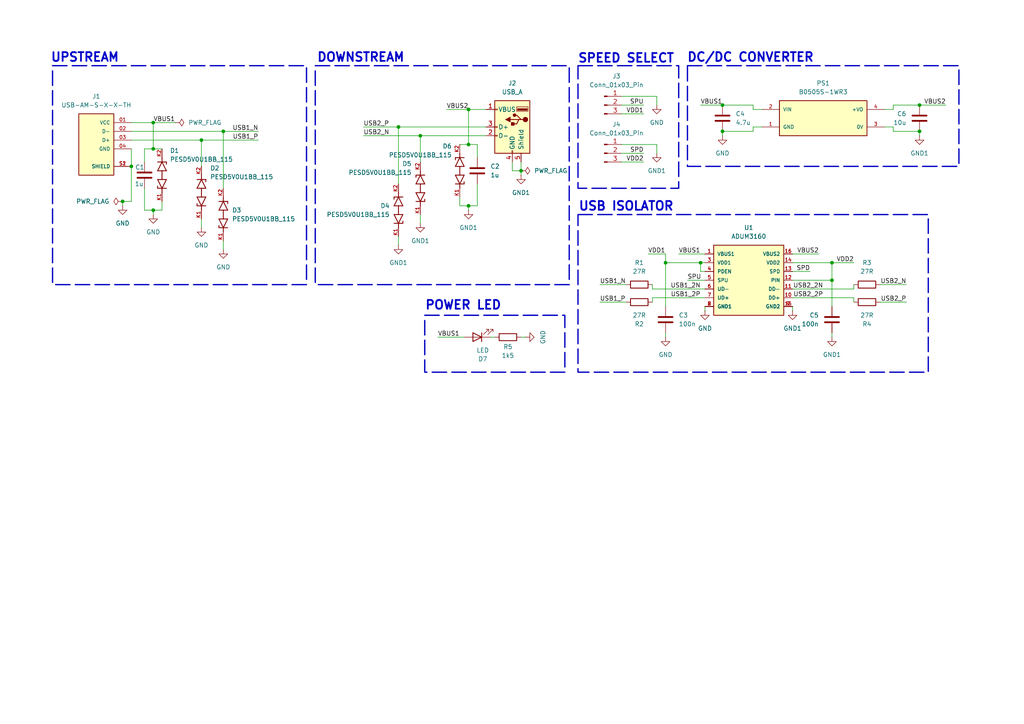
<source format=kicad_sch>
(kicad_sch (version 20231120) (generator "eeschema") (generator_version "8.0")
  (paper "A4")
  (title_block (title "ADUM3160_USB_Isolator") (date "2025-09-30") (rev "V0.1") (company "Drag0th"))
  (lib_symbols
    (symbol "Connector:Conn_01x03_Pin" (pin_names (offset 1.016) hide)
      (property "Reference" "J" (at 0 5.08 0))
      (property "Value" "Conn_01x03_Pin" (at 0 -5.08 0))
      (symbol "Conn_01x03_Pin_1_1"
        (polyline (pts (xy 1.27 -2.54) (xy 0.8636 -2.54)) (stroke (width 0.1524)))
        (polyline (pts (xy 1.27 0) (xy 0.8636 0)) (stroke (width 0.1524)))
        (polyline (pts (xy 1.27 2.54) (xy 0.8636 2.54)) (stroke (width 0.1524)))
        (rectangle (start 0.8636 -2.413) (end 0 -2.667) (stroke (width 0.1524)) (fill (type outline)))
        (rectangle (start 0.8636 0.127) (end 0 -0.127) (stroke (width 0.1524)) (fill (type outline)))
        (rectangle (start 0.8636 2.667) (end 0 2.413) (stroke (width 0.1524)) (fill (type outline)))
        (pin passive line (at 5.08 2.54 180) (length 3.81) (name "Pin_1") (number "1"))
        (pin passive line (at 5.08 0 180) (length 3.81) (name "Pin_2") (number "2"))
        (pin passive line (at 5.08 -2.54 180) (length 3.81) (name "Pin_3") (number "3"))
      )
    )
    (symbol "Connector:USB_A" (pin_names (offset 1.016))
      (property "Reference" "J" (at -5.08 11.43 0))
      (property "Value" "USB_A" (at -5.08 8.89 0))
      (symbol "USB_A_0_1"
        (rectangle (start -5.08 -7.62) (end 5.08 7.62) (stroke (width 0.254)) (fill (type background)))
        (circle (center -3.81 2.159) (radius 0.635) (stroke (width 0.254)) (fill (type outline)))
        (rectangle (start -1.524 4.826) (end -4.318 5.334) (fill (type outline)))
        (rectangle (start -1.27 4.572) (end -4.572 5.842))
        (circle (center -0.635 3.429) (radius 0.381) (stroke (width 0.254)) (fill (type outline)))
        (rectangle (start -0.127 -7.62) (end 0.127 -6.858))
        (polyline (pts (xy -3.175 2.159) (xy -2.54 2.159) (xy -1.27 3.429) (xy -0.635 3.429)) (stroke (width 0.254)))
        (polyline (pts (xy -2.54 2.159) (xy -1.905 2.159) (xy -1.27 0.889) (xy 0 0.889)) (stroke (width 0.254)))
        (polyline (pts (xy 0.635 2.794) (xy 0.635 1.524) (xy 1.905 2.159) (xy 0.635 2.794)) (stroke (width 0.254)) (fill (type outline)))
        (rectangle (start 0.254 1.27) (end -0.508 0.508) (stroke (width 0.254)) (fill (type outline)))
        (rectangle (start 5.08 -2.667) (end 4.318 -2.413))
        (rectangle (start 5.08 -0.127) (end 4.318 0.127))
        (rectangle (start 5.08 4.953) (end 4.318 5.207))
      )
      (symbol "USB_A_1_1"
        (polyline (pts (xy -1.905 2.159) (xy 0.635 2.159)) (stroke (width 0.254)))
        (pin passive line (at 7.62 5.08 180) (length 2.54) (name "VBUS") (number "1"))
        (pin bidirectional line (at 7.62 -2.54 180) (length 2.54) (name "D-") (number "2"))
        (pin bidirectional line (at 7.62 0 180) (length 2.54) (name "D+") (number "3"))
        (pin passive line (at 0 -10.16 90) (length 2.54) (name "GND") (number "4"))
        (pin passive line (at -2.54 -10.16 90) (length 2.54) (name "Shield") (number "5"))
      )
    )
    (symbol "Device:C" (pin_numbers hide) (pin_names (offset 0.254))
      (property "Reference" "C" (at 0.635 2.54 0))
      (property "Value" "C" (at 0.635 -2.54 0))
      (symbol "C_0_1"
        (polyline (pts (xy -2.032 -0.762) (xy 2.032 -0.762)) (stroke (width 0.508)))
        (polyline (pts (xy -2.032 0.762) (xy 2.032 0.762)) (stroke (width 0.508)))
      )
      (symbol "C_1_1"
        (pin passive line (at 0 3.81 270) (length 2.794) (name "~") (number "1"))
        (pin passive line (at 0 -3.81 90) (length 2.794) (name "~") (number "2"))
      )
    )
    (symbol "Device:LED" (pin_numbers hide) (pin_names (offset 1.016) hide)
      (property "Reference" "D" (at 0 2.54 0))
      (property "Value" "LED" (at 0 -2.54 0))
      (symbol "LED_0_1"
        (polyline (pts (xy -1.27 -1.27) (xy -1.27 1.27)) (stroke (width 0.254)))
        (polyline (pts (xy -1.27 0) (xy 1.27 0)))
        (polyline (pts (xy 1.27 -1.27) (xy 1.27 1.27) (xy -1.27 0) (xy 1.27 -1.27)) (stroke (width 0.254)))
        (polyline (pts (xy -3.048 -0.762) (xy -4.572 -2.286) (xy -3.81 -2.286) (xy -4.572 -2.286) (xy -4.572 -1.524)))
        (polyline (pts (xy -1.778 -0.762) (xy -3.302 -2.286) (xy -2.54 -2.286) (xy -3.302 -2.286) (xy -3.302 -1.524)))
      )
      (symbol "LED_1_1"
        (pin passive line (at -3.81 0 0) (length 2.54) (name "K") (number "1"))
        (pin passive line (at 3.81 0 180) (length 2.54) (name "A") (number "2"))
      )
    )
    (symbol "Device:R" (pin_numbers hide) (pin_names (offset 0))
      (property "Reference" "R" (at 2.032 0 90))
      (property "Value" "R" (at 0 0 90))
      (symbol "R_0_1"
        (rectangle (start -1.016 -2.54) (end 1.016 2.54) (stroke (width 0.254)))
      )
      (symbol "R_1_1"
        (pin passive line (at 0 3.81 270) (length 1.27) (name "~") (number "1"))
        (pin passive line (at 0 -3.81 90) (length 1.27) (name "~") (number "2"))
      )
    )
    (symbol "KSZ_KiCad_Symbol_Library:ADUM3160" (pin_names (offset 1.016))
      (property "Reference" "U" (at -10.16 -7.62 0))
      (property "Value" "ADUM3160" (at -10.16 -10.16 0))
      (symbol "ADUM3160_0_0"
        (rectangle (start -10.16 -5.08) (end 10.16 15.24) (stroke (width 0.254)) (fill (type background)))
        (pin bidirectional line (at 12.7 0 180) (length 2.54) (name "DD+") (number "10"))
        (pin bidirectional line (at 12.7 2.54 180) (length 2.54) (name "DD-") (number "11"))
        (pin bidirectional line (at 12.7 5.08 180) (length 2.54) (name "PIN") (number "12"))
        (pin bidirectional line (at 12.7 7.62 180) (length 2.54) (name "SPD") (number "13"))
        (pin bidirectional line (at 12.7 10.16 180) (length 2.54) (name "VDD2") (number "14"))
        (pin bidirectional line (at -12.7 10.16 0) (length 2.54) (name "VDD1") (number "3"))
        (pin bidirectional line (at -12.7 7.62 0) (length 2.54) (name "PDEN") (number "4"))
        (pin bidirectional line (at -12.7 5.08 0) (length 2.54) (name "SPU") (number "5"))
        (pin bidirectional line (at -12.7 2.54 0) (length 2.54) (name "UD-") (number "6"))
        (pin bidirectional line (at -12.7 0 0) (length 2.54) (name "UD+") (number "7"))
      )
      (symbol "ADUM3160_1_0"
        (pin passive line (at -12.7 12.7 0) (length 2.54) (name "VBUS1") (number "1"))
        (pin passive line (at 12.7 -2.54 180) (length 2.54) (name "GND2") (number "15"))
        (pin passive line (at 12.7 12.7 180) (length 2.54) (name "VBUS2") (number "16"))
        (pin passive line (at -12.7 -2.54 0) (length 2.54) (name "GND1") (number "2"))
        (pin passive line (at -12.7 -2.54 0) (length 2.54) (name "GND1") (number "8"))
        (pin passive line (at 12.7 -2.54 180) (length 2.54) (name "GND2") (number "9"))
      )
    )
    (symbol "KSZ_KiCad_Symbol_Library:B0505S-1WR3" (pin_names (offset 1.016))
      (property "Reference" "PS" (at -12.7 6.35 0))
      (property "Value" "B0505S-1WR3" (at -12.7 -7.62 0))
      (symbol "B0505S-1WR3_0_0"
        (rectangle (start -12.7 -5.08) (end 12.7 5.08) (stroke (width 0.254)) (fill (type background)))
        (pin passive line (at 17.78 -2.54 180) (length 5.08) (name "0V") (number "3"))
      )
      (symbol "B0505S-1WR3_1_0"
        (pin passive line (at -17.78 -2.54 0) (length 5.08) (name "GND") (number "1"))
        (pin passive line (at -17.78 2.54 0) (length 5.08) (name "VIN") (number "2"))
        (pin passive line (at 17.78 2.54 180) (length 5.08) (name "+VO") (number "4"))
      )
    )
    (symbol "KSZ_KiCad_Symbol_Library:PESD5V0U1BB_115" (pin_names (offset 1.016))
      (property "Reference" "D" (at -5.08 2.54 0))
      (property "Value" "PESD5V0U1BB_115" (at -5.08 -3.81 0))
      (symbol "PESD5V0U1BB_115_0_0"
        (polyline (pts (xy -5.08 0) (xy -3.81 0)) (stroke (width 0.254)))
        (polyline (pts (xy -3.81 -1.27) (xy -3.81 0)) (stroke (width 0.254)))
        (polyline (pts (xy -3.81 0) (xy -3.81 1.27)) (stroke (width 0.254)))
        (polyline (pts (xy -3.81 0) (xy -1.27 -1.27)) (stroke (width 0.254)))
        (polyline (pts (xy -3.81 1.27) (xy -3.175 1.27)) (stroke (width 0.254)))
        (polyline (pts (xy -1.27 -1.27) (xy -1.27 0)) (stroke (width 0.254)))
        (polyline (pts (xy -1.27 0) (xy -1.27 1.27)) (stroke (width 0.254)))
        (polyline (pts (xy -1.27 0) (xy 1.27 0)) (stroke (width 0.254)))
        (polyline (pts (xy -1.27 1.27) (xy -3.81 0)) (stroke (width 0.254)))
        (polyline (pts (xy 1.27 -1.27) (xy 3.81 0)) (stroke (width 0.254)))
        (polyline (pts (xy 1.27 0) (xy 1.27 -1.27)) (stroke (width 0.254)))
        (polyline (pts (xy 1.27 1.27) (xy 1.27 0)) (stroke (width 0.254)))
        (polyline (pts (xy 3.81 -1.27) (xy 3.175 -1.27)) (stroke (width 0.254)))
        (polyline (pts (xy 3.81 0) (xy 1.27 1.27)) (stroke (width 0.254)))
        (polyline (pts (xy 3.81 0) (xy 3.81 -1.27)) (stroke (width 0.254)))
        (polyline (pts (xy 3.81 0) (xy 5.08 0)) (stroke (width 0.254)))
        (polyline (pts (xy 3.81 1.27) (xy 3.81 0)) (stroke (width 0.254)))
        (pin passive line (at -7.62 0 0) (length 2.54) (name "~") (number "K1"))
        (pin passive line (at 7.62 0 180) (length 2.54) (name "~") (number "K2"))
      )
    )
    (symbol "KSZ_KiCad_Symbol_Library:USB-AM-S-X-X-TH" (pin_names (offset 1.016))
      (property "Reference" "J" (at -5.08 8.89 0))
      (property "Value" "USB-AM-S-X-X-TH" (at -5.08 -12.7 0))
      (symbol "USB-AM-S-X-X-TH_0_0"
        (rectangle (start -5.08 -10.16) (end 5.08 7.62) (stroke (width 0.254)) (fill (type background)))
        (pin power_in line (at -10.16 5.08 0) (length 5.08) (name "VCC") (number "01"))
        (pin bidirectional line (at -10.16 2.54 0) (length 5.08) (name "D-") (number "02"))
        (pin bidirectional line (at -10.16 0 0) (length 5.08) (name "D+") (number "03"))
        (pin power_in line (at -10.16 -2.54 0) (length 5.08) (name "GND") (number "04"))
        (pin passive line (at -10.16 -7.62 0) (length 5.08) (name "SHIELD") (number "S1"))
        (pin passive line (at -10.16 -7.62 0) (length 5.08) (name "SHIELD") (number "S2"))
      )
    )
    (symbol "power:GND" (power) (pin_numbers hide) (pin_names (offset 0) hide)
      (property "Value" "GND" (at 0 -3.81 0))
      (symbol "GND_0_1"
        (polyline (pts (xy 0 0) (xy 0 -1.27) (xy 1.27 -1.27) (xy 0 -2.54) (xy -1.27 -1.27) (xy 0 -1.27)))
      )
      (symbol "GND_1_1"
        (pin power_in line (at 0 0 270) (length 0) (name "~") (number "1"))
      )
    )
    (symbol "power:GND1" (power) (pin_numbers hide) (pin_names (offset 0) hide)
      (property "Value" "GND1" (at 0 -3.81 0))
      (symbol "GND1_0_1"
        (polyline (pts (xy 0 0) (xy 0 -1.27) (xy 1.27 -1.27) (xy 0 -2.54) (xy -1.27 -1.27) (xy 0 -1.27)))
      )
      (symbol "GND1_1_1"
        (pin power_in line (at 0 0 270) (length 0) (name "~") (number "1"))
      )
    )
    (symbol "power:PWR_FLAG" (power) (pin_numbers hide) (pin_names (offset 0) hide)
      (property "Value" "PWR_FLAG" (at 0 3.81 0))
      (symbol "PWR_FLAG_0_0"
        (pin power_out line (at 0 0 90) (length 0) (name "~") (number "1"))
      )
      (symbol "PWR_FLAG_0_1"
        (polyline (pts (xy 0 0) (xy 0 1.27) (xy -1.016 1.905) (xy 0 2.54) (xy 1.016 1.905) (xy 0 1.27)))
      )
    )
  )
  (junction (at 121.92 39.37))
  (junction (at 266.7 30.48))
  (junction (at 203.2 76.2))
  (junction (at 135.89 59.69))
  (junction (at 35.56 58.42))
  (junction (at 44.45 43.18))
  (junction (at 241.3 76.2))
  (junction (at 266.7 38.1))
  (junction (at 115.57 36.83))
  (junction (at 241.3 81.28))
  (junction (at 209.55 30.48))
  (junction (at 44.45 60.96))
  (junction (at 44.45 35.56))
  (junction (at 64.77 38.1))
  (junction (at 58.42 40.64))
  (junction (at 135.89 31.75))
  (junction (at 209.55 38.1))
  (junction (at 193.04 76.2))
  (junction (at 38.1 48.26))
  (junction (at 135.89 41.91))
  (junction (at 151.13 49.53))
  (wire (pts (xy 247.65 86.36) (xy 247.65 87.63)))
  (wire (pts (xy 138.43 45.72) (xy 138.43 41.91)))
  (wire (pts (xy 38.1 48.26) (xy 38.1 58.42)))
  (wire (pts (xy 256.54 31.75) (xy 259.08 31.75)))
  (wire (pts (xy 135.89 59.69) (xy 135.89 60.96)))
  (wire (pts (xy 203.2 78.74) (xy 203.2 76.2)))
  (wire (pts (xy 151.13 46.99) (xy 151.13 49.53)))
  (wire (pts (xy 41.91 46.99) (xy 41.91 43.18)))
  (wire (pts (xy 259.08 31.75) (xy 259.08 30.48)))
  (wire (pts (xy 148.59 46.99) (xy 148.59 49.53)))
  (wire (pts (xy 241.3 81.28) (xy 241.3 88.9)))
  (wire (pts (xy 241.3 96.52) (xy 241.3 97.79)))
  (wire (pts (xy 203.2 76.2) (xy 204.47 76.2)))
  (wire (pts (xy 190.5 30.48) (xy 190.5 27.94)))
  (wire (pts (xy 41.91 60.96) (xy 44.45 60.96)))
  (wire (pts (xy 115.57 36.83) (xy 105.41 36.83)))
  (wire (pts (xy 218.44 38.1) (xy 209.55 38.1)))
  (wire (pts (xy 152.4 97.79) (xy 151.13 97.79)))
  (wire (pts (xy 218.44 31.75) (xy 218.44 30.48)))
  (wire (pts (xy 38.1 40.64) (xy 58.42 40.64)))
  (wire (pts (xy 135.89 41.91) (xy 133.35 41.91)))
  (wire (pts (xy 44.45 35.56) (xy 44.45 43.18)))
  (wire (pts (xy 189.23 86.36) (xy 189.23 87.63)))
  (wire (pts (xy 218.44 30.48) (xy 209.55 30.48)))
  (wire (pts (xy 46.99 60.96) (xy 44.45 60.96)))
  (wire (pts (xy 140.97 39.37) (xy 121.92 39.37)))
  (wire (pts (xy 187.96 73.66) (xy 193.04 73.66)))
  (wire (pts (xy 193.04 76.2) (xy 193.04 88.9)))
  (wire (pts (xy 115.57 68.58) (xy 115.57 71.12)))
  (wire (pts (xy 46.99 58.42) (xy 46.99 60.96)))
  (wire (pts (xy 209.55 38.1) (xy 209.55 39.37)))
  (wire (pts (xy 64.77 38.1) (xy 74.93 38.1)))
  (wire (pts (xy 151.13 50.8) (xy 151.13 49.53)))
  (wire (pts (xy 229.87 81.28) (xy 241.3 81.28)))
  (wire (pts (xy 38.1 38.1) (xy 64.77 38.1)))
  (wire (pts (xy 266.7 38.1) (xy 266.7 39.37)))
  (wire (pts (xy 121.92 62.23) (xy 121.92 64.77)))
  (wire (pts (xy 229.87 88.9) (xy 229.87 90.17)))
  (wire (pts (xy 247.65 76.2) (xy 241.3 76.2)))
  (wire (pts (xy 218.44 36.83) (xy 218.44 38.1)))
  (wire (pts (xy 255.27 87.63) (xy 262.89 87.63)))
  (wire (pts (xy 143.51 97.79) (xy 142.24 97.79)))
  (wire (pts (xy 41.91 54.61) (xy 41.91 60.96)))
  (wire (pts (xy 220.98 31.75) (xy 218.44 31.75)))
  (wire (pts (xy 35.56 59.69) (xy 35.56 58.42)))
  (wire (pts (xy 247.65 83.82) (xy 247.65 82.55)))
  (wire (pts (xy 180.34 44.45) (xy 186.69 44.45)))
  (wire (pts (xy 180.34 33.02) (xy 186.69 33.02)))
  (wire (pts (xy 138.43 41.91) (xy 135.89 41.91)))
  (wire (pts (xy 193.04 76.2) (xy 193.04 73.66)))
  (wire (pts (xy 189.23 86.36) (xy 204.47 86.36)))
  (wire (pts (xy 204.47 88.9) (xy 204.47 90.17)))
  (wire (pts (xy 135.89 31.75) (xy 129.54 31.75)))
  (wire (pts (xy 135.89 31.75) (xy 135.89 41.91)))
  (wire (pts (xy 229.87 73.66) (xy 237.49 73.66)))
  (wire (pts (xy 135.89 31.75) (xy 140.97 31.75)))
  (wire (pts (xy 259.08 30.48) (xy 266.7 30.48)))
  (wire (pts (xy 203.2 30.48) (xy 209.55 30.48)))
  (wire (pts (xy 229.87 86.36) (xy 247.65 86.36)))
  (wire (pts (xy 44.45 35.56) (xy 50.8 35.56)))
  (wire (pts (xy 115.57 36.83) (xy 115.57 53.34)))
  (wire (pts (xy 41.91 43.18) (xy 44.45 43.18)))
  (wire (pts (xy 259.08 38.1) (xy 266.7 38.1)))
  (wire (pts (xy 151.13 49.53) (xy 148.59 49.53)))
  (wire (pts (xy 204.47 78.74) (xy 203.2 78.74)))
  (wire (pts (xy 58.42 63.5) (xy 58.42 66.04)))
  (wire (pts (xy 44.45 60.96) (xy 44.45 62.23)))
  (wire (pts (xy 196.85 73.66) (xy 204.47 73.66)))
  (wire (pts (xy 173.99 82.55) (xy 181.61 82.55)))
  (wire (pts (xy 35.56 58.42) (xy 38.1 58.42)))
  (wire (pts (xy 229.87 78.74) (xy 234.95 78.74)))
  (wire (pts (xy 180.34 30.48) (xy 186.69 30.48)))
  (wire (pts (xy 266.7 30.48) (xy 274.32 30.48)))
  (wire (pts (xy 180.34 46.99) (xy 186.69 46.99)))
  (wire (pts (xy 173.99 87.63) (xy 181.61 87.63)))
  (wire (pts (xy 138.43 59.69) (xy 135.89 59.69)))
  (wire (pts (xy 189.23 83.82) (xy 204.47 83.82)))
  (wire (pts (xy 189.23 83.82) (xy 189.23 82.55)))
  (wire (pts (xy 190.5 41.91) (xy 180.34 41.91)))
  (wire (pts (xy 140.97 36.83) (xy 115.57 36.83)))
  (wire (pts (xy 44.45 43.18) (xy 46.99 43.18)))
  (wire (pts (xy 190.5 27.94) (xy 180.34 27.94)))
  (wire (pts (xy 58.42 40.64) (xy 58.42 48.26)))
  (wire (pts (xy 193.04 96.52) (xy 193.04 97.79)))
  (wire (pts (xy 64.77 69.85) (xy 64.77 72.39)))
  (wire (pts (xy 199.39 81.28) (xy 204.47 81.28)))
  (wire (pts (xy 229.87 83.82) (xy 247.65 83.82)))
  (wire (pts (xy 138.43 53.34) (xy 138.43 59.69)))
  (wire (pts (xy 229.87 76.2) (xy 241.3 76.2)))
  (wire (pts (xy 255.27 82.55) (xy 262.89 82.55)))
  (wire (pts (xy 241.3 76.2) (xy 241.3 81.28)))
  (wire (pts (xy 64.77 38.1) (xy 64.77 54.61)))
  (wire (pts (xy 133.35 57.15) (xy 133.35 59.69)))
  (wire (pts (xy 133.35 59.69) (xy 135.89 59.69)))
  (wire (pts (xy 38.1 35.56) (xy 44.45 35.56)))
  (wire (pts (xy 190.5 44.45) (xy 190.5 41.91)))
  (wire (pts (xy 256.54 36.83) (xy 259.08 36.83)))
  (wire (pts (xy 134.62 97.79) (xy 127 97.79)))
  (wire (pts (xy 220.98 36.83) (xy 218.44 36.83)))
  (wire (pts (xy 121.92 39.37) (xy 121.92 46.99)))
  (wire (pts (xy 38.1 43.18) (xy 38.1 48.26)))
  (wire (pts (xy 203.2 76.2) (xy 193.04 76.2)))
  (wire (pts (xy 259.08 36.83) (xy 259.08 38.1)))
  (wire (pts (xy 121.92 39.37) (xy 105.41 39.37)))
  (wire (pts (xy 58.42 40.64) (xy 74.93 40.64)))
  (rectangle (start 167.64 62.23) (end 269.24 107.95) (stroke (width 0.381) (type dash)))
  (rectangle (start 15.24 19.05) (end 88.9 82.55) (stroke (width 0.381) (type dash)))
  (rectangle (start 167.64 19.05) (end 196.85 54.61) (stroke (width 0.381) (type dash)))
  (rectangle (start 123.19 91.44) (end 163.83 107.95) (stroke (width 0.381) (type dash)))
  (rectangle (start 91.44 19.05) (end 165.1 82.55) (stroke (width 0.381) (type dash)))
  (rectangle (start 199.39 19.05) (end 278.13 48.26) (stroke (width 0.381) (type dash)))
  (text "DOWNSTREAM" (at 104.648 16.764 0) (effects (font (size 2.54 2.54) (thickness 0.508) (bold yes))))
  (text "SPEED SELECT" (at 181.61 17.018 0) (effects (font (size 2.54 2.54) (thickness 0.508) (bold yes))))
  (text "USB ISOLATOR" (at 181.61 59.944 0) (effects (font (size 2.54 2.54) (thickness 0.508) (bold yes))))
  (text "POWER LED" (at 134.366 88.646 0) (effects (font (size 2.54 2.54) (thickness 0.508) (bold yes))))
  (text "DC/DC CONVERTER" (at 217.678 16.764 0) (effects (font (size 2.54 2.54) (thickness 0.508) (bold yes))))
  (text "UPSTREAM" (at 24.638 16.764 0) (effects (font (size 2.54 2.54) (thickness 0.508) (bold yes))))
  (label "VDD2" (at 186.69 46.99 180))
  (label "VBUS2" (at 129.54 31.75 0))
  (label "USB2_2N" (at 238.76 83.82 180))
  (label "VDD2" (at 247.65 76.2 180))
  (label "VBUS1" (at 50.8 35.56 180))
  (label "USB2_N" (at 262.89 82.55 180))
  (label "USB1_2N" (at 203.2 83.82 180))
  (label "SPU" (at 186.69 30.48 180))
  (label "USB1_P" (at 173.99 87.63 0))
  (label "VDD1" (at 187.96 73.66 0))
  (label "VBUS1" (at 127 97.79 0))
  (label "SPU" (at 199.39 81.28 0))
  (label "USB1_N" (at 173.99 82.55 0))
  (label "VDD1" (at 186.69 33.02 180))
  (label "USB2_N" (at 105.41 39.37 0))
  (label "VBUS1" (at 196.85 73.66 0))
  (label "USB1_N" (at 74.93 38.1 180))
  (label "USB1_2P" (at 203.2 86.36 180))
  (label "USB1_P" (at 74.93 40.64 180))
  (label "VBUS2" (at 237.49 73.66 180))
  (label "USB2_P" (at 262.89 87.63 180))
  (label "VBUS1" (at 203.2 30.48 0))
  (label "VBUS2" (at 274.32 30.48 180))
  (label "USB2_2P" (at 238.76 86.36 180))
  (label "SPD" (at 186.69 44.45 180))
  (label "USB2_P" (at 105.41 36.83 0))
  (label "SPD" (at 234.95 78.74 180))
  (symbol (lib_id "power:GND1") (at 229.87 90.17 0) (unit 1)
    (property "Reference" "#PWR02" (effects (hide yes)))
    (property "Value" "GND1" (at 229.87 95.25 0))
    (property "Description" "Power symbol creates a global label with name \"GND1\" , ground" (effects (hide yes)))
  )
  (symbol (lib_id "power:GND1") (at 190.5 44.45 0) (unit 1)
    (property "Reference" "#PWR010" (effects (hide yes)))
    (property "Value" "GND1" (at 190.5 49.53 0))
    (property "Description" "Power symbol creates a global label with name \"GND1\" , ground" (effects (hide yes)))
  )
  (symbol (lib_id "Device:C") (at 209.55 34.29 180) (unit 1)
    (property "Reference" "C4" (at 213.36 33.0199 0) (effects (justify right)))
    (property "Value" "4.7u" (at 213.36 35.5599 0) (effects (justify right)))
    (property "Footprint" "Capacitor_SMD:C_0603_1608Metric_Pad1.08x0.95mm_HandSolder" (effects (hide yes)))
    (property "Description" "Unpolarized capacitor" (effects (hide yes)))
  )
  (symbol (lib_id "KSZ_KiCad_Symbol_Library:PESD5V0U1BB_115") (at 121.92 54.61 270) (mirror x) (unit 1)
    (property "Reference" "D5" (at 119.38 47.498 90) (effects (justify right)))
    (property "Value" "PESD5V0U1BB_115" (at 119.38 50.038 90) (effects (justify right)))
    (property "Footprint" "KSZ_KiCad_Footprint_Library:DIO_PESD5V0U1BB_115" (effects (hide yes)))
    (property "MF" "Nexperia" (effects (hide yes)))
    (property "MAXIMUM_PACKAGE_HEIGHT" "0.65mm" (effects (hide yes)))
    (property "Package" "SC-79-2 Nexperia USA Inc." (effects (hide yes)))
    (property "Price" "None" (effects (hide yes)))
    (property "Check_prices" "https://www.snapeda.com/parts/PESD5V0U1BB,115/Nexperia/view-part/?ref=eda" (effects (hide yes)))
    (property "STANDARD" "Manufacturer Recommendations" (effects (hide yes)))
    (property "PARTREV" "2" (effects (hide yes)))
    (property "SnapEDA_Link" "https://www.snapeda.com/parts/PESD5V0U1BB,115/Nexperia/view-part/?ref=snap" (effects (hide yes)))
    (property "MP" "PESD5V0U1BB,115" (effects (hide yes)))
    (property "Description_1" "\n                        \n                            ESD Suppressor Diode TVS Bi-Dir 5V Automotive 2-Pin SOD-523 T/R\n                        \n" (effects (hide yes)))
    (property "MANUFACTURER" "Nexperia" (effects (hide yes)))
    (property "Availability" "In Stock" (effects (hide yes)))
    (property "SNAPEDA_PN" "PESD5V0U1BB,115" (effects (hide yes)))
  )
  (symbol (lib_id "Device:C") (at 41.91 50.8 0) (mirror x) (unit 1)
    (property "Reference" "C1" (at 41.91 48.514 0) (effects (justify right)))
    (property "Value" "1u" (at 41.656 53.34 0) (effects (justify right)))
    (property "Footprint" "Capacitor_SMD:C_0603_1608Metric_Pad1.08x0.95mm_HandSolder" (effects (hide yes)))
    (property "Description" "Unpolarized capacitor" (effects (hide yes)))
  )
  (symbol (lib_id "power:GND") (at 64.77 72.39 0) (unit 1)
    (property "Reference" "#PWR07" (effects (hide yes)))
    (property "Value" "GND" (at 64.77 77.47 0))
    (property "Description" "Power symbol creates a global label with name \"GND\" , ground" (effects (hide yes)))
  )
  (symbol (lib_id "power:GND") (at 35.56 59.69 0) (unit 1)
    (property "Reference" "#PWR04" (effects (hide yes)))
    (property "Value" "GND" (at 35.56 64.77 0))
    (property "Description" "Power symbol creates a global label with name \"GND\" , ground" (effects (hide yes)))
  )
  (symbol (lib_id "power:GND1") (at 115.57 71.12 0) (unit 1)
    (property "Reference" "#PWR011" (effects (hide yes)))
    (property "Value" "GND1" (at 115.57 76.2 0))
    (property "Description" "Power symbol creates a global label with name \"GND1\" , ground" (effects (hide yes)))
  )
  (symbol (lib_id "power:GND") (at 58.42 66.04 0) (unit 1)
    (property "Reference" "#PWR06" (effects (hide yes)))
    (property "Value" "GND" (at 58.42 71.12 0))
    (property "Description" "Power symbol creates a global label with name \"GND\" , ground" (effects (hide yes)))
  )
  (symbol (lib_id "Device:C") (at 193.04 92.71 180) (unit 1)
    (property "Reference" "C3" (at 196.85 91.4399 0) (effects (justify right)))
    (property "Value" "100n" (at 196.85 93.9799 0) (effects (justify right)))
    (property "Footprint" "Capacitor_SMD:C_0603_1608Metric_Pad1.08x0.95mm_HandSolder" (effects (hide yes)))
    (property "Description" "Unpolarized capacitor" (effects (hide yes)))
  )
  (symbol (lib_id "power:GND") (at 193.04 97.79 0) (unit 1)
    (property "Reference" "#PWR08" (effects (hide yes)))
    (property "Value" "GND" (at 193.04 102.87 0))
    (property "Description" "Power symbol creates a global label with name \"GND\" , ground" (effects (hide yes)))
  )
  (symbol (lib_id "Device:R") (at 251.46 82.55 270) (mirror x) (unit 1)
    (property "Reference" "R3" (at 251.46 76.2 90))
    (property "Value" "27R" (at 251.46 78.74 90))
    (property "Footprint" "Resistor_SMD:R_0603_1608Metric_Pad0.98x0.95mm_HandSolder" (effects (hide yes)))
    (property "Description" "Resistor" (effects (hide yes)))
  )
  (symbol (lib_id "Device:R") (at 251.46 87.63 270) (unit 1)
    (property "Reference" "R4" (at 251.46 93.98 90))
    (property "Value" "27R" (at 251.46 91.44 90))
    (property "Footprint" "Resistor_SMD:R_0603_1608Metric_Pad0.98x0.95mm_HandSolder" (effects (hide yes)))
    (property "Description" "Resistor" (effects (hide yes)))
  )
  (symbol (lib_id "Connector:USB_A") (at 148.59 36.83 0) (mirror y) (unit 1)
    (property "Reference" "J2" (at 148.59 24.13 0))
    (property "Value" "USB_A" (at 148.59 26.67 0))
    (property "Footprint" "Connector_USB:USB_A_Molex_67643_Horizontal" (effects (hide yes)))
    (property "Description" "USB Type A connector" (effects (hide yes)))
  )
  (symbol (lib_id "KSZ_KiCad_Symbol_Library:USB-AM-S-X-X-TH") (at 27.94 40.64 0) (mirror y) (unit 1)
    (property "Reference" "J1" (at 27.94 27.94 0))
    (property "Value" "USB-AM-S-X-X-TH" (at 27.94 30.48 0))
    (property "Footprint" "KSZ_KiCad_Footprint_Library:SAMTEC_USB-AM-S-X-X-TH" (effects (hide yes)))
    (property "MF" "Samtec" (effects (hide yes)))
    (property "MAXIMUM_PACKAGE_HEIGHT" "4.6 mm" (effects (hide yes)))
    (property "Package" "None" (effects (hide yes)))
    (property "Price" "None" (effects (hide yes)))
    (property "Check_prices" "https://www.snapeda.com/parts/USB-AM-S-F-W-TH/Samtec+Inc./view-part/?ref=eda" (effects (hide yes)))
    (property "STANDARD" "Manufacturer Recommendations" (effects (hide yes)))
    (property "PARTREV" "U" (effects (hide yes)))
    (property "SnapEDA_Link" "https://www.snapeda.com/parts/USB-AM-S-F-W-TH/Samtec+Inc./view-part/?ref=snap" (effects (hide yes)))
    (property "MP" "USB-AM-S-F-W-TH" (effects (hide yes)))
    (property "Description_1" "\n                        \n                            USB-A (USB TYPE-A) USB 2.0 Plug Connector 4 Position Through Hole, Right Angle\n                        \n" (effects (hide yes)))
    (property "Availability" "In Stock" (effects (hide yes)))
    (property "MANUFACTURER" "Samtec" (effects (hide yes)))
  )
  (symbol (lib_id "Device:C") (at 138.43 49.53 180) (unit 1)
    (property "Reference" "C2" (at 142.24 48.2599 0) (effects (justify right)))
    (property "Value" "1u" (at 142.24 50.7999 0) (effects (justify right)))
    (property "Footprint" "Capacitor_SMD:C_0603_1608Metric_Pad1.08x0.95mm_HandSolder" (effects (hide yes)))
    (property "Description" "Unpolarized capacitor" (effects (hide yes)))
  )
  (symbol (lib_id "KSZ_KiCad_Symbol_Library:PESD5V0U1BB_115") (at 64.77 62.23 90) (unit 1)
    (property "Reference" "D3" (at 67.31 60.9599 90) (effects (justify right)))
    (property "Value" "PESD5V0U1BB_115" (at 67.31 63.4999 90) (effects (justify right)))
    (property "Footprint" "KSZ_KiCad_Footprint_Library:DIO_PESD5V0U1BB_115" (effects (hide yes)))
    (property "MF" "Nexperia" (effects (hide yes)))
    (property "MAXIMUM_PACKAGE_HEIGHT" "0.65mm" (effects (hide yes)))
    (property "Package" "SC-79-2 Nexperia USA Inc." (effects (hide yes)))
    (property "Price" "None" (effects (hide yes)))
    (property "Check_prices" "https://www.snapeda.com/parts/PESD5V0U1BB,115/Nexperia/view-part/?ref=eda" (effects (hide yes)))
    (property "STANDARD" "Manufacturer Recommendations" (effects (hide yes)))
    (property "PARTREV" "2" (effects (hide yes)))
    (property "SnapEDA_Link" "https://www.snapeda.com/parts/PESD5V0U1BB,115/Nexperia/view-part/?ref=snap" (effects (hide yes)))
    (property "MP" "PESD5V0U1BB,115" (effects (hide yes)))
    (property "Description_1" "\n                        \n                            ESD Suppressor Diode TVS Bi-Dir 5V Automotive 2-Pin SOD-523 T/R\n                        \n" (effects (hide yes)))
    (property "MANUFACTURER" "Nexperia" (effects (hide yes)))
    (property "Availability" "In Stock" (effects (hide yes)))
    (property "SNAPEDA_PN" "PESD5V0U1BB,115" (effects (hide yes)))
  )
  (symbol (lib_id "power:GND1") (at 241.3 97.79 0) (unit 1)
    (property "Reference" "#PWR09" (effects (hide yes)))
    (property "Value" "GND1" (at 241.3 102.87 0))
    (property "Description" "Power symbol creates a global label with name \"GND1\" , ground" (effects (hide yes)))
  )
  (symbol (lib_id "power:GND1") (at 121.92 64.77 0) (unit 1)
    (property "Reference" "#PWR012" (effects (hide yes)))
    (property "Value" "GND1" (at 121.92 69.85 0))
    (property "Description" "Power symbol creates a global label with name \"GND1\" , ground" (effects (hide yes)))
  )
  (symbol (lib_id "KSZ_KiCad_Symbol_Library:PESD5V0U1BB_115") (at 133.35 49.53 270) (mirror x) (unit 1)
    (property "Reference" "D6" (at 131.064 42.418 90) (effects (justify right)))
    (property "Value" "PESD5V0U1BB_115" (at 131.064 44.958 90) (effects (justify right)))
    (property "Footprint" "KSZ_KiCad_Footprint_Library:DIO_PESD5V0U1BB_115" (effects (hide yes)))
    (property "MF" "Nexperia" (effects (hide yes)))
    (property "MAXIMUM_PACKAGE_HEIGHT" "0.65mm" (effects (hide yes)))
    (property "Package" "SC-79-2 Nexperia USA Inc." (effects (hide yes)))
    (property "Price" "None" (effects (hide yes)))
    (property "Check_prices" "https://www.snapeda.com/parts/PESD5V0U1BB,115/Nexperia/view-part/?ref=eda" (effects (hide yes)))
    (property "STANDARD" "Manufacturer Recommendations" (effects (hide yes)))
    (property "PARTREV" "2" (effects (hide yes)))
    (property "SnapEDA_Link" "https://www.snapeda.com/parts/PESD5V0U1BB,115/Nexperia/view-part/?ref=snap" (effects (hide yes)))
    (property "MP" "PESD5V0U1BB,115" (effects (hide yes)))
    (property "Description_1" "\n                        \n                            ESD Suppressor Diode TVS Bi-Dir 5V Automotive 2-Pin SOD-523 T/R\n                        \n" (effects (hide yes)))
    (property "MANUFACTURER" "Nexperia" (effects (hide yes)))
    (property "Availability" "In Stock" (effects (hide yes)))
    (property "SNAPEDA_PN" "PESD5V0U1BB,115" (effects (hide yes)))
  )
  (symbol (lib_id "KSZ_KiCad_Symbol_Library:PESD5V0U1BB_115") (at 46.99 50.8 90) (unit 1)
    (property "Reference" "D1" (at 49.276 43.688 90) (effects (justify right)))
    (property "Value" "PESD5V0U1BB_115" (at 49.276 46.228 90) (effects (justify right)))
    (property "Footprint" "KSZ_KiCad_Footprint_Library:DIO_PESD5V0U1BB_115" (effects (hide yes)))
    (property "MF" "Nexperia" (effects (hide yes)))
    (property "MAXIMUM_PACKAGE_HEIGHT" "0.65mm" (effects (hide yes)))
    (property "Package" "SC-79-2 Nexperia USA Inc." (effects (hide yes)))
    (property "Price" "None" (effects (hide yes)))
    (property "Check_prices" "https://www.snapeda.com/parts/PESD5V0U1BB,115/Nexperia/view-part/?ref=eda" (effects (hide yes)))
    (property "STANDARD" "Manufacturer Recommendations" (effects (hide yes)))
    (property "PARTREV" "2" (effects (hide yes)))
    (property "SnapEDA_Link" "https://www.snapeda.com/parts/PESD5V0U1BB,115/Nexperia/view-part/?ref=snap" (effects (hide yes)))
    (property "MP" "PESD5V0U1BB,115" (effects (hide yes)))
    (property "Description_1" "\n                        \n                            ESD Suppressor Diode TVS Bi-Dir 5V Automotive 2-Pin SOD-523 T/R\n                        \n" (effects (hide yes)))
    (property "MANUFACTURER" "Nexperia" (effects (hide yes)))
    (property "Availability" "In Stock" (effects (hide yes)))
    (property "SNAPEDA_PN" "PESD5V0U1BB,115" (effects (hide yes)))
  )
  (symbol (lib_id "KSZ_KiCad_Symbol_Library:B0505S-1WR3") (at 238.76 34.29 0) (unit 1)
    (property "Reference" "PS1" (at 238.76 24.13 0))
    (property "Value" "B0505S-1WR3" (at 238.76 26.67 0))
    (property "Footprint" "KSZ_KiCad_Footprint_Library:CONV_B0505S-1WR3" (effects (hide yes)))
    (property "PARTREV" "2018.06.29-A/2" (effects (hide yes)))
    (property "STANDARD" "Manufacturer Recommendations" (effects (hide yes)))
    (property "MAXIMUM_PACKAGE_HEIGHT" "10.41 mm" (effects (hide yes)))
    (property "MANUFACTURER" "Mornsun" (effects (hide yes)))
  )
  (symbol (lib_id "power:GND") (at 204.47 90.17 0) (unit 1)
    (property "Reference" "#PWR01" (effects (hide yes)))
    (property "Value" "GND" (at 204.47 95.25 0))
    (property "Description" "Power symbol creates a global label with name \"GND\" , ground" (effects (hide yes)))
  )
  (symbol (lib_id "Device:R") (at 185.42 82.55 90) (unit 1)
    (property "Reference" "R1" (at 185.42 76.2 90))
    (property "Value" "27R" (at 185.42 78.74 90))
    (property "Footprint" "Resistor_SMD:R_0603_1608Metric_Pad0.98x0.95mm_HandSolder" (effects (hide yes)))
    (property "Description" "Resistor" (effects (hide yes)))
  )
  (symbol (lib_id "Device:R") (at 147.32 97.79 90) (unit 1)
    (property "Reference" "R5" (at 147.32 100.584 90))
    (property "Value" "1k5" (at 147.32 103.124 90))
    (property "Footprint" "Resistor_SMD:R_0603_1608Metric_Pad0.98x0.95mm_HandSolder" (effects (hide yes)))
    (property "Description" "Resistor" (effects (hide yes)))
  )
  (symbol (lib_id "power:GND") (at 209.55 39.37 0) (unit 1)
    (property "Reference" "#PWR015" (effects (hide yes)))
    (property "Value" "GND" (at 209.55 44.45 0))
    (property "Description" "Power symbol creates a global label with name \"GND\" , ground" (effects (hide yes)))
  )
  (symbol (lib_id "power:GND") (at 44.45 62.23 0) (unit 1)
    (property "Reference" "#PWR05" (effects (hide yes)))
    (property "Value" "GND" (at 44.45 67.31 0))
    (property "Description" "Power symbol creates a global label with name \"GND\" , ground" (effects (hide yes)))
  )
  (symbol (lib_id "KSZ_KiCad_Symbol_Library:PESD5V0U1BB_115") (at 58.42 55.88 90) (unit 1)
    (property "Reference" "D2" (at 60.96 48.768 90) (effects (justify right)))
    (property "Value" "PESD5V0U1BB_115" (at 60.96 51.308 90) (effects (justify right)))
    (property "Footprint" "KSZ_KiCad_Footprint_Library:DIO_PESD5V0U1BB_115" (effects (hide yes)))
    (property "MF" "Nexperia" (effects (hide yes)))
    (property "MAXIMUM_PACKAGE_HEIGHT" "0.65mm" (effects (hide yes)))
    (property "Package" "SC-79-2 Nexperia USA Inc." (effects (hide yes)))
    (property "Price" "None" (effects (hide yes)))
    (property "Check_prices" "https://www.snapeda.com/parts/PESD5V0U1BB,115/Nexperia/view-part/?ref=eda" (effects (hide yes)))
    (property "STANDARD" "Manufacturer Recommendations" (effects (hide yes)))
    (property "PARTREV" "2" (effects (hide yes)))
    (property "SnapEDA_Link" "https://www.snapeda.com/parts/PESD5V0U1BB,115/Nexperia/view-part/?ref=snap" (effects (hide yes)))
    (property "MP" "PESD5V0U1BB,115" (effects (hide yes)))
    (property "Description_1" "\n                        \n                            ESD Suppressor Diode TVS Bi-Dir 5V Automotive 2-Pin SOD-523 T/R\n                        \n" (effects (hide yes)))
    (property "MANUFACTURER" "Nexperia" (effects (hide yes)))
    (property "Availability" "In Stock" (effects (hide yes)))
    (property "SNAPEDA_PN" "PESD5V0U1BB,115" (effects (hide yes)))
  )
  (symbol (lib_id "Device:R") (at 185.42 87.63 90) (mirror x) (unit 1)
    (property "Reference" "R2" (at 185.42 93.98 90))
    (property "Value" "27R" (at 185.42 91.44 90))
    (property "Footprint" "Resistor_SMD:R_0603_1608Metric_Pad0.98x0.95mm_HandSolder" (effects (hide yes)))
    (property "Description" "Resistor" (effects (hide yes)))
  )
  (symbol (lib_id "power:GND") (at 190.5 30.48 0) (unit 1)
    (property "Reference" "#PWR03" (effects (hide yes)))
    (property "Value" "GND" (at 190.5 35.56 0))
    (property "Description" "Power symbol creates a global label with name \"GND\" , ground" (effects (hide yes)))
  )
  (symbol (lib_id "KSZ_KiCad_Symbol_Library:ADUM3160") (at 217.17 86.36 0) (unit 1)
    (property "Reference" "U1" (at 217.17 66.04 0))
    (property "Value" "ADUM3160" (at 217.17 68.58 0))
    (property "Footprint" "KSZ_KiCad_Footprint_Library:SO16L" (effects (hide yes)))
    (property "MF" "Analog Devices" (effects (hide yes)))
    (property "Description_1" "\n                        \n                            USB Digital Isolator 2500Vrms 1 Channel 12Mbps 25kV/µs CMTI 16-SOIC (0.295, 7.50mm Width)\n                        \n" (effects (hide yes)))
    (property "Package" "SOIC-16 Analog Devices" (effects (hide yes)))
    (property "Price" "None" (effects (hide yes)))
    (property "SnapEDA_Link" "https://www.snapeda.com/parts/ADUM3160/Analog+Devices/view-part/?ref=snap" (effects (hide yes)))
    (property "MP" "ADUM3160" (effects (hide yes)))
    (property "Availability" "Not in stock" (effects (hide yes)))
    (property "Check_prices" "https://www.snapeda.com/parts/ADUM3160/Analog+Devices/view-part/?ref=eda" (effects (hide yes)))
  )
  (symbol (lib_id "power:PWR_FLAG") (at 50.8 35.56 270) (unit 1)
    (property "Reference" "#FLG01" (effects (hide yes)))
    (property "Value" "PWR_FLAG" (at 54.61 35.5599 90) (effects (justify left)))
    (property "Description" "Special symbol for telling ERC where power comes from" (effects (hide yes)))
  )
  (symbol (lib_id "power:GND1") (at 135.89 60.96 0) (unit 1)
    (property "Reference" "#PWR013" (effects (hide yes)))
    (property "Value" "GND1" (at 135.89 66.04 0))
    (property "Description" "Power symbol creates a global label with name \"GND1\" , ground" (effects (hide yes)))
  )
  (symbol (lib_id "Device:C") (at 241.3 92.71 0) (mirror x) (unit 1)
    (property "Reference" "C5" (at 237.49 91.4399 0) (effects (justify right)))
    (property "Value" "100n" (at 237.49 93.9799 0) (effects (justify right)))
    (property "Footprint" "Capacitor_SMD:C_0603_1608Metric_Pad1.08x0.95mm_HandSolder" (effects (hide yes)))
    (property "Description" "Unpolarized capacitor" (effects (hide yes)))
  )
  (symbol (lib_id "Device:C") (at 266.7 34.29 0) (mirror x) (unit 1)
    (property "Reference" "C6" (at 262.89 33.0199 0) (effects (justify right)))
    (property "Value" "10u" (at 262.89 35.5599 0) (effects (justify right)))
    (property "Footprint" "Capacitor_SMD:C_0603_1608Metric_Pad1.08x0.95mm_HandSolder" (effects (hide yes)))
    (property "Description" "Unpolarized capacitor" (effects (hide yes)))
  )
  (symbol (lib_id "KSZ_KiCad_Symbol_Library:PESD5V0U1BB_115") (at 115.57 60.96 270) (mirror x) (unit 1)
    (property "Reference" "D4" (at 113.03 59.6899 90) (effects (justify right)))
    (property "Value" "PESD5V0U1BB_115" (at 113.03 62.2299 90) (effects (justify right)))
    (property "Footprint" "KSZ_KiCad_Footprint_Library:DIO_PESD5V0U1BB_115" (effects (hide yes)))
    (property "MF" "Nexperia" (effects (hide yes)))
    (property "MAXIMUM_PACKAGE_HEIGHT" "0.65mm" (effects (hide yes)))
    (property "Package" "SC-79-2 Nexperia USA Inc." (effects (hide yes)))
    (property "Price" "None" (effects (hide yes)))
    (property "Check_prices" "https://www.snapeda.com/parts/PESD5V0U1BB,115/Nexperia/view-part/?ref=eda" (effects (hide yes)))
    (property "STANDARD" "Manufacturer Recommendations" (effects (hide yes)))
    (property "PARTREV" "2" (effects (hide yes)))
    (property "SnapEDA_Link" "https://www.snapeda.com/parts/PESD5V0U1BB,115/Nexperia/view-part/?ref=snap" (effects (hide yes)))
    (property "MP" "PESD5V0U1BB,115" (effects (hide yes)))
    (property "Description_1" "\n                        \n                            ESD Suppressor Diode TVS Bi-Dir 5V Automotive 2-Pin SOD-523 T/R\n                        \n" (effects (hide yes)))
    (property "MANUFACTURER" "Nexperia" (effects (hide yes)))
    (property "Availability" "In Stock" (effects (hide yes)))
    (property "SNAPEDA_PN" "PESD5V0U1BB,115" (effects (hide yes)))
  )
  (symbol (lib_id "Connector:Conn_01x03_Pin") (at 175.26 30.48 0) (unit 1)
    (property "Reference" "J3" (at 178.816 22.098 0))
    (property "Value" "Conn_01x03_Pin" (at 178.816 24.638 0))
    (property "Footprint" "Connector_PinHeader_2.54mm:PinHeader_1x03_P2.54mm_Vertical" (effects (hide yes)))
    (property "Description" "Generic connector, single row, 01x03, script generated" (effects (hide yes)))
  )
  (symbol (lib_id "Device:LED") (at 138.43 97.79 180) (unit 1)
    (property "Reference" "D7" (at 140.0175 104.14 0))
    (property "Value" "LED" (at 140.0175 101.6 0))
    (property "Footprint" "LED_SMD:LED_0603_1608Metric_Pad1.05x0.95mm_HandSolder" (effects (hide yes)))
    (property "Description" "Light emitting diode" (effects (hide yes)))
  )
  (symbol (lib_id "power:GND") (at 152.4 97.79 90) (unit 1)
    (property "Reference" "#PWR018" (effects (hide yes)))
    (property "Value" "GND" (at 157.48 97.79 0))
    (property "Description" "Power symbol creates a global label with name \"GND\" , ground" (effects (hide yes)))
  )
  (symbol (lib_id "power:GND1") (at 266.7 39.37 0) (unit 1)
    (property "Reference" "#PWR016" (effects (hide yes)))
    (property "Value" "GND1" (at 266.7 44.45 0))
    (property "Description" "Power symbol creates a global label with name \"GND1\" , ground" (effects (hide yes)))
  )
  (symbol (lib_id "Connector:Conn_01x03_Pin") (at 175.26 44.45 0) (unit 1)
    (property "Reference" "J4" (at 178.816 36.068 0))
    (property "Value" "Conn_01x03_Pin" (at 178.816 38.608 0))
    (property "Footprint" "Connector_PinHeader_2.54mm:PinHeader_1x03_P2.54mm_Vertical" (effects (hide yes)))
    (property "Description" "Generic connector, single row, 01x03, script generated" (effects (hide yes)))
  )
  (symbol (lib_id "power:PWR_FLAG") (at 35.56 58.42 90) (unit 1)
    (property "Reference" "#FLG02" (effects (hide yes)))
    (property "Value" "PWR_FLAG" (at 31.75 58.4199 90) (effects (justify left)))
    (property "Description" "Special symbol for telling ERC where power comes from" (effects (hide yes)))
  )
  (symbol (lib_id "power:PWR_FLAG") (at 151.13 49.53 270) (unit 1)
    (property "Reference" "#FLG03" (effects (hide yes)))
    (property "Value" "PWR_FLAG" (at 154.94 49.5299 90) (effects (justify left)))
    (property "Description" "Special symbol for telling ERC where power comes from" (effects (hide yes)))
  )
  (symbol (lib_id "power:GND1") (at 151.13 50.8 0) (unit 1)
    (property "Reference" "#PWR014" (effects (hide yes)))
    (property "Value" "GND1" (at 151.13 55.88 0))
    (property "Description" "Power symbol creates a global label with name \"GND1\" , ground" (effects (hide yes)))
  )
)
</source>
